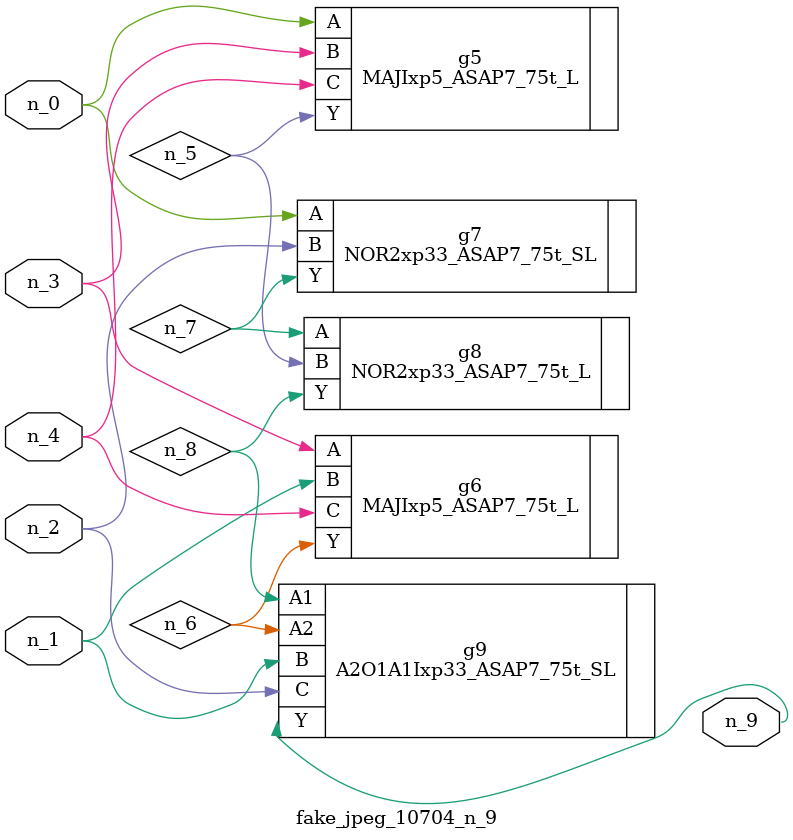
<source format=v>
module fake_jpeg_10704_n_9 (n_3, n_2, n_1, n_0, n_4, n_9);

input n_3;
input n_2;
input n_1;
input n_0;
input n_4;

output n_9;

wire n_8;
wire n_6;
wire n_5;
wire n_7;

MAJIxp5_ASAP7_75t_L g5 ( 
.A(n_0),
.B(n_3),
.C(n_4),
.Y(n_5)
);

MAJIxp5_ASAP7_75t_L g6 ( 
.A(n_3),
.B(n_1),
.C(n_4),
.Y(n_6)
);

NOR2xp33_ASAP7_75t_SL g7 ( 
.A(n_0),
.B(n_2),
.Y(n_7)
);

NOR2xp33_ASAP7_75t_L g8 ( 
.A(n_7),
.B(n_5),
.Y(n_8)
);

A2O1A1Ixp33_ASAP7_75t_SL g9 ( 
.A1(n_8),
.A2(n_6),
.B(n_1),
.C(n_2),
.Y(n_9)
);


endmodule
</source>
